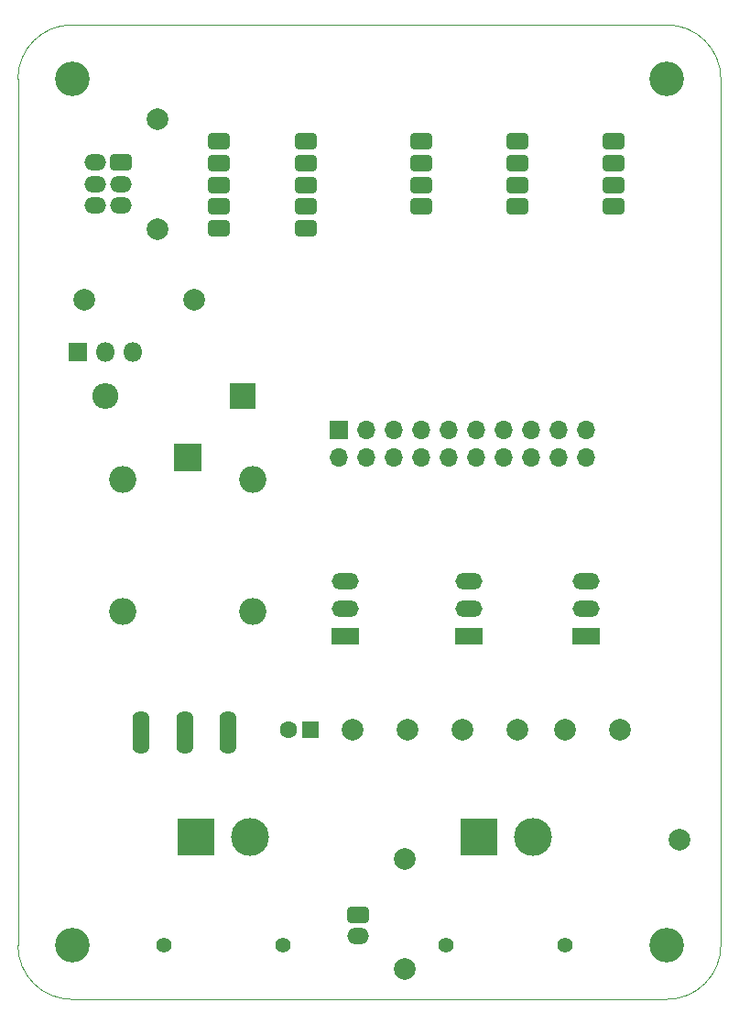
<source format=gts>
G04 #@! TF.GenerationSoftware,KiCad,Pcbnew,(6.0.0)*
G04 #@! TF.CreationDate,2022-05-07T17:49:45+02:00*
G04 #@! TF.ProjectId,Alimentation,416c696d-656e-4746-9174-696f6e2e6b69,rev?*
G04 #@! TF.SameCoordinates,Original*
G04 #@! TF.FileFunction,Soldermask,Top*
G04 #@! TF.FilePolarity,Negative*
%FSLAX46Y46*%
G04 Gerber Fmt 4.6, Leading zero omitted, Abs format (unit mm)*
G04 Created by KiCad (PCBNEW (6.0.0)) date 2022-05-07 17:49:45*
%MOMM*%
%LPD*%
G01*
G04 APERTURE LIST*
G04 Aperture macros list*
%AMRoundRect*
0 Rectangle with rounded corners*
0 $1 Rounding radius*
0 $2 $3 $4 $5 $6 $7 $8 $9 X,Y pos of 4 corners*
0 Add a 4 corners polygon primitive as box body*
4,1,4,$2,$3,$4,$5,$6,$7,$8,$9,$2,$3,0*
0 Add four circle primitives for the rounded corners*
1,1,$1+$1,$2,$3*
1,1,$1+$1,$4,$5*
1,1,$1+$1,$6,$7*
1,1,$1+$1,$8,$9*
0 Add four rect primitives between the rounded corners*
20,1,$1+$1,$2,$3,$4,$5,0*
20,1,$1+$1,$4,$5,$6,$7,0*
20,1,$1+$1,$6,$7,$8,$9,0*
20,1,$1+$1,$8,$9,$2,$3,0*%
G04 Aperture macros list end*
G04 #@! TA.AperFunction,Profile*
%ADD10C,0.050000*%
G04 #@! TD*
%ADD11RoundRect,0.312500X-0.687500X0.437500X-0.687500X-0.437500X0.687500X-0.437500X0.687500X0.437500X0*%
%ADD12R,2.500000X2.500000*%
%ADD13O,2.500000X2.500000*%
%ADD14R,2.500000X1.500000*%
%ADD15O,2.500000X1.500000*%
%ADD16R,1.700000X1.700000*%
%ADD17O,1.700000X1.700000*%
%ADD18RoundRect,0.312500X0.687500X-0.437500X0.687500X0.437500X-0.687500X0.437500X-0.687500X-0.437500X0*%
%ADD19O,2.000000X1.500000*%
%ADD20R,2.400000X2.400000*%
%ADD21O,2.400000X2.400000*%
%ADD22C,2.000000*%
%ADD23C,3.200000*%
%ADD24C,1.400000*%
%ADD25R,3.500000X3.500000*%
%ADD26C,3.500000*%
%ADD27R,1.800000X1.800000*%
%ADD28O,1.800000X1.800000*%
%ADD29R,1.600000X1.600000*%
%ADD30C,1.600000*%
%ADD31O,1.600000X4.000000*%
G04 APERTURE END LIST*
D10*
X147952000Y-125448000D02*
X92952000Y-125448000D01*
X92952000Y-35448000D02*
G75*
G03*
X87952000Y-40448000I0J-5000000D01*
G01*
X152952000Y-40448000D02*
X152952000Y-120448000D01*
X152952000Y-40448000D02*
G75*
G03*
X147952000Y-35448000I-5000000J0D01*
G01*
X147952000Y-125448000D02*
G75*
G03*
X152952000Y-120448000I0J5000000D01*
G01*
X87952000Y-40448000D02*
X87952000Y-120448000D01*
X87952000Y-120448000D02*
G75*
G03*
X92952000Y-125448000I5000000J0D01*
G01*
X92952000Y-35448000D02*
X147952000Y-35448000D01*
D11*
X143002000Y-46228000D03*
X143002000Y-48228000D03*
X143002000Y-50228000D03*
X143002000Y-52228000D03*
X134112000Y-46228000D03*
X134112000Y-48228000D03*
X134112000Y-50228000D03*
X134112000Y-52228000D03*
X125222000Y-46228000D03*
X125222000Y-48228000D03*
X125222000Y-50228000D03*
X125222000Y-52228000D03*
X114554000Y-46228000D03*
X114554000Y-48228000D03*
X114554000Y-50228000D03*
X114554000Y-52228000D03*
X114554000Y-54228000D03*
X106553000Y-46228000D03*
X106553000Y-48228000D03*
X106553000Y-50228000D03*
X106553000Y-52228000D03*
X106553000Y-54228000D03*
D12*
X103632000Y-75438000D03*
D13*
X97632000Y-77438000D03*
X97632000Y-89638000D03*
X109632000Y-89638000D03*
X109632000Y-77438000D03*
D14*
X129667000Y-91948000D03*
D15*
X129667000Y-89408000D03*
X129667000Y-86868000D03*
D14*
X118237000Y-91948000D03*
D15*
X118237000Y-89408000D03*
X118237000Y-86868000D03*
D16*
X117602000Y-72898000D03*
D17*
X117602000Y-75438000D03*
X120142000Y-72898000D03*
X120142000Y-75438000D03*
X122682000Y-72898000D03*
X122682000Y-75438000D03*
X125222000Y-72898000D03*
X125222000Y-75438000D03*
X127762000Y-72898000D03*
X127762000Y-75438000D03*
X130302000Y-72898000D03*
X130302000Y-75438000D03*
X132842000Y-72898000D03*
X132842000Y-75438000D03*
X135382000Y-72898000D03*
X135382000Y-75438000D03*
X137922000Y-72898000D03*
X137922000Y-75438000D03*
X140462000Y-72898000D03*
X140462000Y-75438000D03*
D18*
X97482000Y-48133000D03*
D19*
X95082000Y-48133000D03*
X97482000Y-50133000D03*
X95082000Y-50133000D03*
X97482000Y-52133000D03*
X95082000Y-52133000D03*
D20*
X108712000Y-69723000D03*
D21*
X96012000Y-69723000D03*
D14*
X140462000Y-91948000D03*
D15*
X140462000Y-89408000D03*
X140462000Y-86868000D03*
D22*
X104267000Y-60833000D03*
X94107000Y-60833000D03*
D23*
X147952000Y-40448000D03*
X92952000Y-120448000D03*
D24*
X138556000Y-120448000D03*
X127556000Y-120448000D03*
D25*
X130556000Y-110448000D03*
D26*
X135556000Y-110448000D03*
D24*
X112452000Y-120448000D03*
X101452000Y-120448000D03*
D25*
X104452000Y-110448000D03*
D26*
X109452000Y-110448000D03*
D27*
X93472000Y-65653000D03*
D28*
X96012000Y-65653000D03*
X98552000Y-65653000D03*
D11*
X119422000Y-117618000D03*
D19*
X119422000Y-119618000D03*
D23*
X92952000Y-40448000D03*
X147952000Y-120448000D03*
D22*
X134112000Y-100584000D03*
X129032000Y-100584000D03*
D29*
X115001113Y-100584000D03*
D30*
X113001113Y-100584000D03*
D31*
X99378000Y-100838000D03*
X103378000Y-100838000D03*
X107378000Y-100838000D03*
D22*
X149098000Y-110744000D03*
X100838000Y-44196000D03*
X100838000Y-54356000D03*
X118862000Y-100584000D03*
X123942000Y-100584000D03*
X123698000Y-122682000D03*
X123698000Y-112522000D03*
X138547000Y-100584000D03*
X143627000Y-100584000D03*
M02*

</source>
